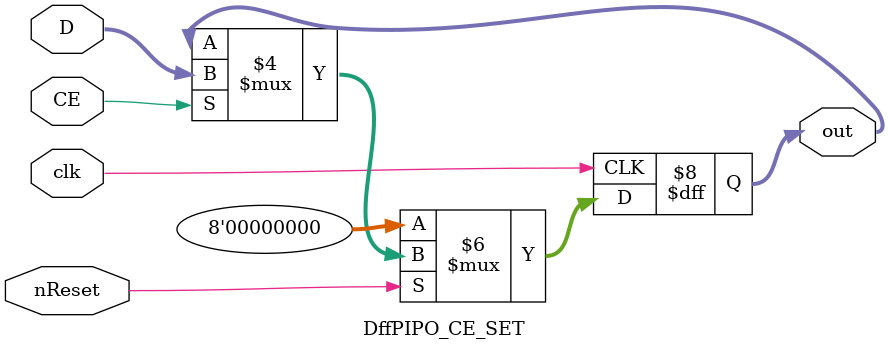
<source format=sv>
/* WHAT IS THIS? 
// This module is an D-flip-flop. 
   It can be set to a given value in SET.
   It size/width can be set to the size given in SIZE                                                                                                                                                                                                                                                                                                                                                                                                                                                                                                                                                                                         
*/

module DffPIPO_CE_SET #(parameter SET = 0, parameter SIZE = 8)(
    input CE,
    input [SIZE-1:0] D,
    input clk,
    input nReset,

    output reg [SIZE-1:0] out
);

always @(posedge clk ) begin
    if(nReset) begin
        if(CE==1)
            out <= D;
    end
    else 
        out <= SET;
end
endmodule
</source>
